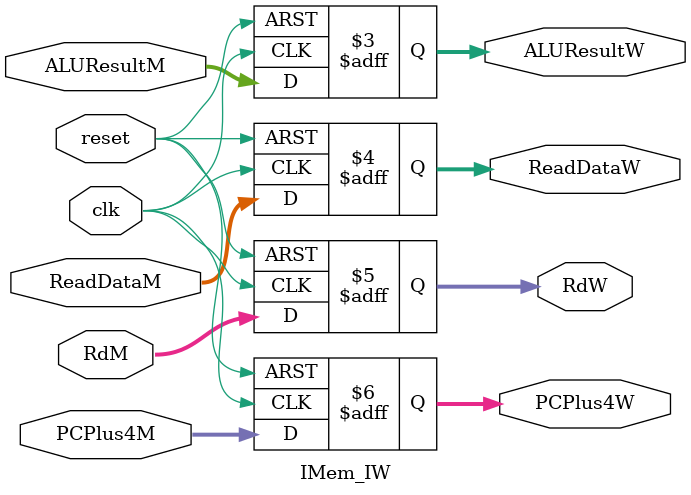
<source format=v>
module IMem_IW (input wire clk, reset,
                input wire [31:0] ALUResultM, ReadDataM,  
                input wire [4:0] RdM, 
                input wire [31:0] PCPlus4M,
                output reg [31:0] ALUResultW, ReadDataW,
                output reg [4:0] RdW, 
                output reg [31:0] PCPlus4W);

always @( posedge clk or negedge reset ) begin 
    if (!reset) begin
        ALUResultW <= 0;
        ReadDataW <= 0;
        
        RdW <= 0; 
        PCPlus4W <= 0;
    end

    else begin
        ALUResultW <= ALUResultM;
        ReadDataW <= ReadDataM;
        
        RdW <= RdM; 
        PCPlus4W <= PCPlus4M;        
    end
    
end

endmodule
</source>
